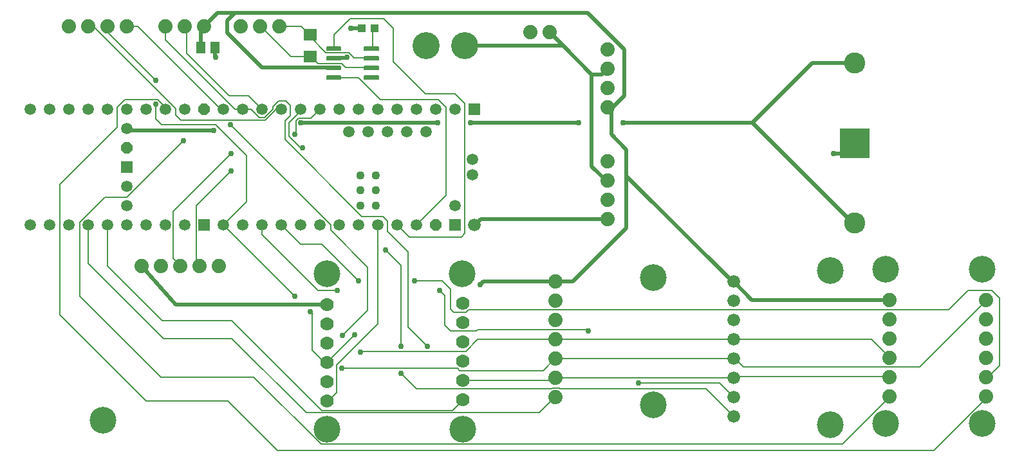
<source format=gbr>
G04 EAGLE Gerber RS-274X export*
G75*
%MOMM*%
%FSLAX34Y34*%
%LPD*%
%INTop Copper*%
%IPPOS*%
%AMOC8*
5,1,8,0,0,1.08239X$1,22.5*%
G01*
%ADD10C,2.775000*%
%ADD11R,3.960000X3.960000*%
%ADD12R,1.300000X1.500000*%
%ADD13C,1.879600*%
%ADD14R,1.508000X1.508000*%
%ADD15C,1.676400*%
%ADD16P,1.632244X8X292.500000*%
%ADD17C,1.508000*%
%ADD18C,1.108000*%
%ADD19C,3.516000*%
%ADD20C,1.778000*%
%ADD21C,3.556000*%
%ADD22C,0.150000*%
%ADD23R,1.100000X1.000000*%
%ADD24R,1.800000X1.600000*%
%ADD25C,0.508000*%
%ADD26C,0.756400*%
%ADD27C,0.152400*%
%ADD28C,0.254000*%
%ADD29C,0.177800*%


D10*
X1046580Y789740D03*
X1046580Y1000740D03*
D11*
X1046580Y895240D03*
D12*
X186080Y1021080D03*
X205080Y1021080D03*
D13*
X12700Y1049020D03*
X38100Y1049020D03*
X63500Y1049020D03*
X88900Y1049020D03*
X139700Y1049020D03*
X165100Y1049020D03*
X190500Y1049020D03*
D14*
X546100Y939800D03*
X88900Y863600D03*
X520700Y787400D03*
D15*
X546100Y787400D03*
D16*
X495300Y787400D03*
X88900Y889000D03*
D17*
X88900Y914400D03*
X88900Y838200D03*
X88900Y812800D03*
X215900Y787400D03*
X215900Y939800D03*
X520700Y939800D03*
X495300Y939800D03*
X469900Y939800D03*
X444500Y939800D03*
X419100Y939800D03*
X393700Y939800D03*
X368300Y939800D03*
X342900Y939800D03*
X317500Y939800D03*
X292100Y939800D03*
X266700Y939800D03*
X241300Y939800D03*
X520700Y812800D03*
X241300Y787400D03*
X266700Y787400D03*
X292100Y787400D03*
X317500Y787400D03*
X342900Y787400D03*
X368300Y787400D03*
X393700Y787400D03*
X419100Y787400D03*
X444500Y787400D03*
X469900Y787400D03*
D16*
X190500Y939800D03*
D17*
X139700Y939800D03*
X114300Y939800D03*
X88900Y939800D03*
X63500Y939800D03*
X38100Y939800D03*
X12700Y939800D03*
X-12700Y939800D03*
X-38100Y939800D03*
X165100Y787400D03*
X139700Y787400D03*
X114300Y787400D03*
X88900Y787400D03*
X63500Y787400D03*
X38100Y787400D03*
X12700Y787400D03*
X-12700Y787400D03*
X-38100Y787400D03*
X482600Y909800D03*
X457200Y909800D03*
X431800Y909800D03*
X406400Y909800D03*
X381000Y909800D03*
X165100Y939800D03*
D14*
X190500Y787400D03*
D17*
X543800Y853600D03*
X543800Y873600D03*
D18*
X416400Y812800D03*
X416400Y832800D03*
X416400Y852800D03*
X396400Y812800D03*
X396400Y832800D03*
X396400Y852800D03*
D15*
X887476Y712978D03*
X887476Y687578D03*
X887476Y662178D03*
X887476Y636778D03*
X887476Y611378D03*
X887476Y585978D03*
X887476Y560578D03*
X887476Y535178D03*
D19*
X1014476Y726948D03*
X1014476Y523748D03*
D13*
X721360Y942340D03*
X721360Y967740D03*
X721360Y993140D03*
X721360Y1018540D03*
X108712Y733552D03*
X134112Y733552D03*
X159512Y733552D03*
X184912Y733552D03*
X210312Y733552D03*
D19*
X57912Y530352D03*
D13*
X653352Y713105D03*
X653352Y687705D03*
X653352Y662305D03*
X653352Y636905D03*
X653352Y611505D03*
X653352Y586105D03*
X653352Y560705D03*
D19*
X781677Y717739D03*
X781304Y549910D03*
D13*
X721360Y795020D03*
X721360Y820420D03*
X721360Y845820D03*
X721360Y871220D03*
D20*
X352679Y682244D03*
X352679Y656844D03*
X352679Y631444D03*
X352679Y606044D03*
X352679Y580644D03*
X352679Y555244D03*
X531114Y684149D03*
X531114Y658749D03*
X531114Y633349D03*
X531114Y607949D03*
X531114Y582549D03*
X531114Y557149D03*
D19*
X531114Y518414D03*
X530479Y722884D03*
X352679Y722884D03*
X352679Y518414D03*
D13*
X1092200Y688340D03*
X1092200Y662940D03*
X1092200Y637540D03*
X1092200Y612140D03*
X1092200Y586740D03*
X1092200Y561340D03*
D19*
X1214493Y728534D03*
X1214493Y525334D03*
X1087493Y525334D03*
X1087493Y728534D03*
D13*
X1219200Y688340D03*
X1219200Y662940D03*
X1219200Y637540D03*
X1219200Y612140D03*
X1219200Y586740D03*
X1219200Y561340D03*
D21*
X482600Y1023620D03*
X533400Y1023620D03*
D22*
X370480Y1017560D02*
X352280Y1017560D01*
X352280Y1022060D01*
X370480Y1022060D01*
X370480Y1017560D01*
X370480Y1018985D02*
X352280Y1018985D01*
X352280Y1020410D02*
X370480Y1020410D01*
X370480Y1021835D02*
X352280Y1021835D01*
X352280Y1004860D02*
X370480Y1004860D01*
X352280Y1004860D02*
X352280Y1009360D01*
X370480Y1009360D01*
X370480Y1004860D01*
X370480Y1006285D02*
X352280Y1006285D01*
X352280Y1007710D02*
X370480Y1007710D01*
X370480Y1009135D02*
X352280Y1009135D01*
X352280Y992160D02*
X370480Y992160D01*
X352280Y992160D02*
X352280Y996660D01*
X370480Y996660D01*
X370480Y992160D01*
X370480Y993585D02*
X352280Y993585D01*
X352280Y995010D02*
X370480Y995010D01*
X370480Y996435D02*
X352280Y996435D01*
X352280Y979460D02*
X370480Y979460D01*
X352280Y979460D02*
X352280Y983960D01*
X370480Y983960D01*
X370480Y979460D01*
X370480Y980885D02*
X352280Y980885D01*
X352280Y982310D02*
X370480Y982310D01*
X370480Y983735D02*
X352280Y983735D01*
X401680Y983960D02*
X419880Y983960D01*
X419880Y979460D01*
X401680Y979460D01*
X401680Y983960D01*
X401680Y980885D02*
X419880Y980885D01*
X419880Y982310D02*
X401680Y982310D01*
X401680Y983735D02*
X419880Y983735D01*
X419880Y996660D02*
X401680Y996660D01*
X419880Y996660D02*
X419880Y992160D01*
X401680Y992160D01*
X401680Y996660D01*
X401680Y993585D02*
X419880Y993585D01*
X419880Y995010D02*
X401680Y995010D01*
X401680Y996435D02*
X419880Y996435D01*
X419880Y1009360D02*
X401680Y1009360D01*
X419880Y1009360D02*
X419880Y1004860D01*
X401680Y1004860D01*
X401680Y1009360D01*
X401680Y1006285D02*
X419880Y1006285D01*
X419880Y1007710D02*
X401680Y1007710D01*
X401680Y1009135D02*
X419880Y1009135D01*
X419880Y1022060D02*
X401680Y1022060D01*
X419880Y1022060D02*
X419880Y1017560D01*
X401680Y1017560D01*
X401680Y1022060D01*
X401680Y1018985D02*
X419880Y1018985D01*
X419880Y1020410D02*
X401680Y1020410D01*
X401680Y1021835D02*
X419880Y1021835D01*
D23*
X397900Y1046480D03*
X414900Y1046480D03*
D24*
X330200Y1009620D03*
X330200Y1037620D03*
D13*
X619760Y1041400D03*
X645160Y1041400D03*
X238760Y1049020D03*
X264160Y1049020D03*
X289560Y1049020D03*
D25*
X887476Y712978D02*
X887413Y712788D01*
X654050Y712788D02*
X653352Y713105D01*
X746443Y886778D02*
X726758Y906463D01*
X746443Y783336D02*
X676212Y713105D01*
X653352Y713105D01*
X746443Y851916D02*
X746443Y886778D01*
X746443Y851916D02*
X746443Y783336D01*
X352425Y682625D02*
X153273Y682625D01*
X352425Y682625D02*
X352679Y682244D01*
X153273Y682625D02*
X108712Y733552D01*
X721360Y942340D02*
X726758Y936943D01*
X726758Y906463D01*
D26*
X553720Y708660D03*
D25*
X558165Y713105D02*
X653352Y713105D01*
X558165Y713105D02*
X553720Y708660D01*
X728442Y942340D02*
X743712Y957610D01*
X728442Y942340D02*
X721360Y942340D01*
X743712Y1018510D02*
X695422Y1066800D01*
X743712Y1018510D02*
X743712Y957610D01*
X695422Y1066800D02*
X231140Y1066800D01*
X208280Y1066800D01*
X911543Y688658D02*
X1092200Y688658D01*
X911543Y688658D02*
X889000Y711200D01*
D27*
X1092200Y688658D02*
X1092200Y688340D01*
X889000Y711200D02*
X887476Y712978D01*
D25*
X220980Y1040130D02*
X220980Y1056640D01*
X266700Y994410D02*
X361380Y994410D01*
X266700Y994410D02*
X220980Y1040130D01*
X887229Y712731D02*
X887476Y712978D01*
X887229Y712731D02*
X885628Y712731D01*
X746443Y851916D01*
X208280Y1066800D02*
X190500Y1049020D01*
X186080Y1044600D01*
X186080Y1021080D01*
X220980Y1056640D02*
X231140Y1066800D01*
X1032720Y881380D02*
X1046580Y895240D01*
X1032720Y881380D02*
X1018540Y881380D01*
D26*
X1018540Y881380D03*
X383540Y1046480D03*
D25*
X397900Y1046480D01*
X378460Y1008380D02*
X377190Y1007110D01*
X361380Y1007110D01*
D26*
X378460Y1008380D03*
D25*
X205080Y1009040D02*
X205080Y1021080D01*
X205080Y1009040D02*
X205740Y1008380D01*
D26*
X205740Y1008380D03*
D27*
X654050Y636588D02*
X887413Y636588D01*
X887476Y636778D01*
X654050Y636588D02*
X653352Y636905D01*
X652463Y636588D02*
X550863Y636588D01*
X534988Y620713D01*
X652463Y636588D02*
X653352Y636905D01*
D26*
X127000Y946150D03*
D27*
X134620Y919480D02*
X205740Y919480D01*
X134620Y919480D02*
X127000Y927100D01*
X127000Y946150D01*
X246380Y817880D02*
X215900Y787400D01*
X246380Y817880D02*
X246380Y878840D01*
X205740Y919480D01*
X215900Y787400D02*
X309880Y693420D01*
D26*
X309880Y693420D03*
X330200Y673100D03*
D28*
X332740Y670560D01*
D29*
X332740Y622300D01*
D27*
X348996Y606044D01*
X352679Y606044D01*
X388938Y642303D01*
D28*
X388620Y642620D01*
D26*
X388620Y642620D03*
D27*
X397193Y620713D02*
X534988Y620713D01*
X397193Y620713D02*
X396240Y619760D01*
D26*
X396240Y619760D03*
D27*
X1068388Y636588D02*
X1092200Y612775D01*
X1068388Y636588D02*
X889000Y636588D01*
X1092200Y612775D02*
X1092200Y612140D01*
X889000Y636588D02*
X887476Y636778D01*
D26*
X127000Y977900D03*
D27*
X63500Y1041400D01*
X63500Y1049020D01*
X212408Y939800D02*
X215900Y939800D01*
X212408Y939800D02*
X103188Y1049020D01*
X88900Y1049020D01*
X654050Y611188D02*
X887413Y611188D01*
X887476Y611378D01*
X654050Y611188D02*
X653352Y611505D01*
X523875Y598488D02*
X371475Y598488D01*
X523875Y598488D02*
X527050Y595313D01*
X636588Y595313D01*
X652463Y611188D01*
X653352Y611505D01*
X357188Y787400D02*
X225425Y919163D01*
X357188Y787400D02*
X357188Y780733D01*
X406083Y731838D01*
X406083Y674370D01*
X373063Y641350D01*
D26*
X371475Y598488D03*
X225425Y919163D03*
X373063Y641350D03*
D27*
X1131888Y600075D02*
X1219200Y687388D01*
X1131888Y600075D02*
X900113Y600075D01*
X889000Y611188D01*
X1219200Y687388D02*
X1219200Y688340D01*
X889000Y611188D02*
X887476Y611378D01*
X887413Y585788D02*
X654050Y585788D01*
X887413Y585788D02*
X887476Y585978D01*
X654050Y585788D02*
X653352Y586105D01*
X649288Y582613D02*
X531813Y582613D01*
X649288Y582613D02*
X652463Y585788D01*
X531813Y582613D02*
X531114Y582549D01*
X652463Y585788D02*
X653352Y586105D01*
X263525Y928688D02*
X252413Y939800D01*
X241300Y939800D01*
X263525Y928688D02*
X269875Y928688D01*
X280988Y939800D01*
X280988Y942975D01*
X288925Y950913D01*
X297815Y950913D01*
X303848Y944880D01*
X458788Y751840D02*
X458788Y652463D01*
X484188Y627063D01*
D26*
X484188Y627063D03*
D27*
X241300Y939800D02*
X231140Y939800D01*
X139700Y1031240D01*
X139700Y1049020D01*
X889000Y587375D02*
X1092200Y587375D01*
X1092200Y586740D01*
X889000Y587375D02*
X887476Y585978D01*
X303848Y931228D02*
X297180Y924560D01*
X297180Y899795D01*
X303848Y931228D02*
X303848Y944880D01*
X297180Y899795D02*
X398463Y798513D01*
X431800Y778828D02*
X458788Y751840D01*
X431800Y778828D02*
X431800Y792480D01*
X425768Y798513D01*
X398463Y798513D01*
X63500Y787400D02*
X63500Y733425D01*
X227013Y661353D02*
X345440Y542925D01*
X227013Y661353D02*
X135573Y661353D01*
X63500Y733425D01*
X345440Y542925D02*
X517525Y542925D01*
X530225Y555625D01*
X531114Y557149D01*
X184912Y733552D02*
X180340Y738124D01*
X180340Y812800D02*
X226060Y858520D01*
X180340Y812800D02*
X180340Y738124D01*
D26*
X226060Y858520D03*
X320040Y889000D03*
D27*
X317500Y937260D02*
X317500Y939800D01*
X317500Y937260D02*
X302260Y922020D01*
X317500Y889000D02*
X320040Y889000D01*
X317500Y889000D02*
X302260Y904240D01*
X302260Y922020D01*
X311432Y924534D02*
X314987Y928088D01*
X311432Y924534D02*
X311432Y908332D01*
X309880Y906780D01*
X331188Y928088D02*
X342900Y939800D01*
X331188Y928088D02*
X314987Y928088D01*
D26*
X309880Y906780D03*
X226060Y881380D03*
D27*
X149860Y805180D01*
X149860Y743204D02*
X159512Y733552D01*
X149860Y743204D02*
X149860Y805180D01*
D25*
X546100Y787400D02*
X546735Y787400D01*
X554355Y795020D02*
X721360Y795020D01*
X554355Y795020D02*
X546735Y787400D01*
D27*
X292100Y939800D02*
X285750Y939800D01*
X271463Y925513D01*
X160020Y925513D01*
X153353Y932180D01*
X153353Y940435D01*
X44768Y1049020D01*
X38100Y1049020D01*
X167640Y1013460D02*
X223520Y957580D01*
X167640Y1013460D02*
X167640Y1046480D01*
X165100Y1049020D01*
X223520Y957580D02*
X248920Y957580D01*
X266700Y939800D01*
D25*
X700723Y864553D02*
X719455Y845820D01*
X700723Y864553D02*
X700723Y985520D01*
X719455Y845820D02*
X721360Y845820D01*
X662940Y1023620D02*
X533400Y1023620D01*
X713740Y985520D02*
X721360Y993140D01*
X713740Y985520D02*
X700723Y985520D01*
X700723Y985838D01*
X662940Y1023620D01*
X645160Y1041400D01*
X1044040Y789740D02*
X1046580Y789740D01*
X1044040Y789740D02*
X911760Y922020D01*
D26*
X203200Y911860D03*
X317500Y922020D03*
D25*
X497840Y922020D01*
X91440Y911860D02*
X88900Y914400D01*
X91440Y911860D02*
X203200Y911860D01*
D26*
X497840Y922020D03*
X541020Y922020D03*
D25*
X990700Y1000740D02*
X1046580Y1000740D01*
X990700Y1000740D02*
X911980Y922020D01*
X683260Y922020D02*
X541020Y922020D01*
D26*
X683260Y922020D03*
X741680Y922020D03*
D25*
X911760Y922020D02*
X911980Y922020D01*
X911760Y922020D02*
X741680Y922020D01*
D27*
X38100Y787400D02*
X38100Y736283D01*
X137001Y637381D01*
X325120Y539750D02*
X631825Y539750D01*
X652463Y560388D01*
X653352Y560705D01*
X325120Y539750D02*
X227330Y637540D01*
X137160Y637540D02*
X137001Y637381D01*
X137160Y637540D02*
X227330Y637540D01*
D26*
X429260Y754380D03*
D27*
X449580Y734060D01*
X449580Y627380D01*
D26*
X449580Y627380D03*
X449580Y591820D03*
D27*
X469900Y571500D01*
X851027Y571627D02*
X887476Y535178D01*
X526485Y571373D02*
X526358Y571500D01*
X648512Y572389D02*
X658191Y572389D01*
X658953Y571627D01*
X851027Y571627D01*
X647496Y571373D02*
X526485Y571373D01*
X647496Y571373D02*
X648512Y572389D01*
X526358Y571500D02*
X469900Y571500D01*
X419100Y656908D02*
X419100Y787400D01*
X419100Y656908D02*
X365125Y602933D01*
X365125Y566738D01*
X354013Y555625D01*
X352679Y555244D01*
X507048Y655320D02*
X507048Y694373D01*
X500380Y701040D01*
D26*
X500380Y701040D03*
X365760Y701040D03*
D27*
X340360Y701040D02*
X266700Y774700D01*
X266700Y787400D01*
X340360Y701040D02*
X365760Y701040D01*
D26*
X695960Y647700D03*
D27*
X762000Y579120D02*
X868934Y579120D01*
X887476Y560578D01*
D26*
X762000Y579120D03*
D27*
X695960Y647700D02*
X694373Y649288D01*
X550158Y649288D02*
X548443Y647573D01*
X514795Y647573D01*
X550158Y649288D02*
X694373Y649288D01*
X514795Y647573D02*
X507048Y655320D01*
X535235Y672465D02*
X538791Y676021D01*
X535235Y672465D02*
X518865Y672465D01*
X503882Y713740D02*
X467360Y713740D01*
X503882Y713740D02*
X515176Y702446D01*
X515176Y676154D02*
X518865Y672465D01*
X515176Y676154D02*
X515176Y702446D01*
D26*
X467360Y713740D03*
X393700Y713740D03*
D27*
X345440Y762000D01*
X317500Y762000D01*
X292100Y787400D01*
X538791Y676021D02*
X1170559Y676021D01*
X1236980Y690880D02*
X1236980Y601980D01*
X1170559Y676021D02*
X1195578Y701040D01*
X1226820Y701040D02*
X1236980Y690880D01*
X1226820Y701040D02*
X1195578Y701040D01*
X1236980Y601980D02*
X1221740Y586740D01*
X1219200Y586740D01*
X163513Y898525D02*
X88900Y823913D01*
X60325Y823913D01*
X26988Y790575D01*
X26988Y693420D01*
X256223Y586740D02*
X344488Y498475D01*
X1030288Y498475D01*
X1092200Y560388D01*
X1092200Y561340D01*
D26*
X163513Y898525D03*
D27*
X26988Y693420D02*
X133668Y586740D01*
X256223Y586740D01*
X129540Y952500D02*
X86360Y952500D01*
X114300Y555625D02*
X221615Y555625D01*
X287020Y490220D01*
X1150620Y490220D01*
X1219200Y558800D01*
X139700Y939800D02*
X139700Y942032D01*
X129540Y952192D01*
X129540Y952500D01*
X953Y668973D02*
X114300Y555625D01*
X953Y668973D02*
X953Y840349D01*
X76534Y915930D01*
X1219200Y561340D02*
X1219200Y558800D01*
X86360Y952500D02*
X76534Y942674D01*
X76534Y915930D01*
X412750Y1022350D02*
X412750Y1044575D01*
X414900Y1046480D01*
X412750Y1022350D02*
X410780Y1019810D01*
X318800Y1049020D02*
X289560Y1049020D01*
X318800Y1049020D02*
X330200Y1037620D01*
X330200Y1035346D01*
X351098Y1014448D01*
X388312Y1007110D02*
X410780Y1007110D01*
X388312Y1007110D02*
X380974Y1014448D01*
X351098Y1014448D01*
X410780Y994410D02*
X413724Y994410D01*
X265416Y1049020D02*
X264160Y1049020D01*
X265416Y1049020D02*
X304816Y1009620D01*
X330200Y1009620D01*
X340124Y999696D01*
X371738Y999696D01*
X377024Y994410D02*
X410780Y994410D01*
X377024Y994410D02*
X371738Y999696D01*
X361380Y1037655D02*
X382905Y1059180D01*
X533400Y947420D02*
X533400Y775970D01*
X528955Y771525D01*
X460375Y771525D01*
X361380Y1019810D02*
X361380Y1037655D01*
X382905Y1059180D02*
X426720Y1059180D01*
X439674Y1046226D01*
X439674Y1002608D01*
X482162Y960120D01*
X520700Y960120D02*
X533400Y947420D01*
X520700Y960120D02*
X482162Y960120D01*
X444500Y787400D02*
X460375Y771525D01*
X393700Y981075D02*
X361950Y981075D01*
X393700Y981075D02*
X422275Y952500D01*
X361950Y981075D02*
X361380Y981710D01*
X498475Y952500D02*
X508635Y942340D01*
X498475Y952500D02*
X422275Y952500D01*
X508635Y826135D02*
X469900Y787400D01*
X508635Y826135D02*
X508635Y942340D01*
M02*

</source>
